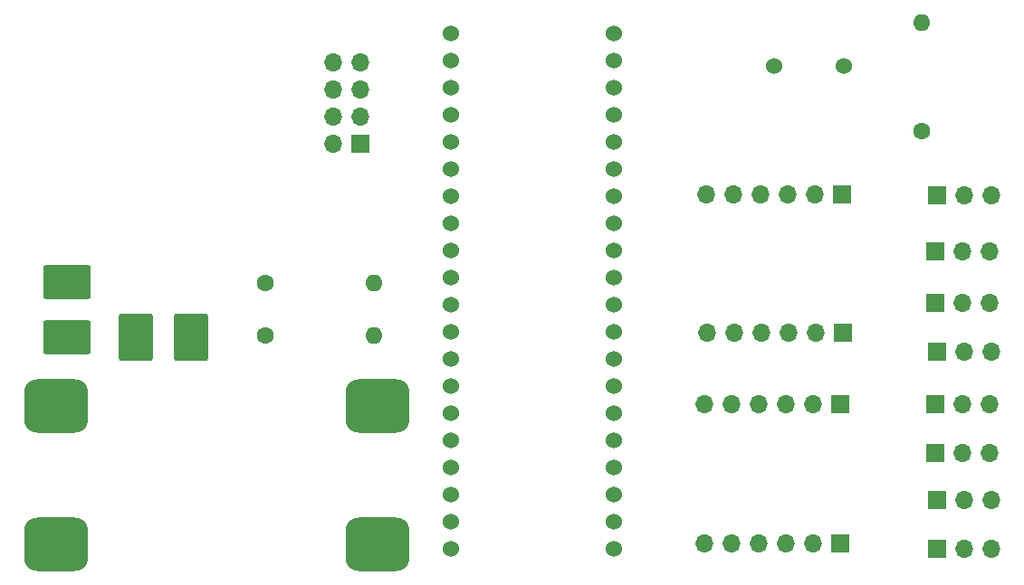
<source format=gbr>
%TF.GenerationSoftware,KiCad,Pcbnew,8.0.2*%
%TF.CreationDate,2024-06-16T11:32:46+08:00*%
%TF.ProjectId,receiver,72656365-6976-4657-922e-6b696361645f,rev?*%
%TF.SameCoordinates,Original*%
%TF.FileFunction,Soldermask,Top*%
%TF.FilePolarity,Negative*%
%FSLAX46Y46*%
G04 Gerber Fmt 4.6, Leading zero omitted, Abs format (unit mm)*
G04 Created by KiCad (PCBNEW 8.0.2) date 2024-06-16 11:32:46*
%MOMM*%
%LPD*%
G01*
G04 APERTURE LIST*
G04 Aperture macros list*
%AMRoundRect*
0 Rectangle with rounded corners*
0 $1 Rounding radius*
0 $2 $3 $4 $5 $6 $7 $8 $9 X,Y pos of 4 corners*
0 Add a 4 corners polygon primitive as box body*
4,1,4,$2,$3,$4,$5,$6,$7,$8,$9,$2,$3,0*
0 Add four circle primitives for the rounded corners*
1,1,$1+$1,$2,$3*
1,1,$1+$1,$4,$5*
1,1,$1+$1,$6,$7*
1,1,$1+$1,$8,$9*
0 Add four rect primitives between the rounded corners*
20,1,$1+$1,$2,$3,$4,$5,0*
20,1,$1+$1,$4,$5,$6,$7,0*
20,1,$1+$1,$6,$7,$8,$9,0*
20,1,$1+$1,$8,$9,$2,$3,0*%
G04 Aperture macros list end*
%ADD10R,1.700000X1.700000*%
%ADD11O,1.700000X1.700000*%
%ADD12RoundRect,0.250000X-1.350000X-1.975000X1.350000X-1.975000X1.350000X1.975000X-1.350000X1.975000X0*%
%ADD13C,1.600000*%
%ADD14O,1.600000X1.600000*%
%ADD15C,1.524000*%
%ADD16RoundRect,0.250000X1.975000X-1.350000X1.975000X1.350000X-1.975000X1.350000X-1.975000X-1.350000X0*%
%ADD17RoundRect,1.250000X-1.750000X-1.250000X1.750000X-1.250000X1.750000X1.250000X-1.750000X1.250000X0*%
G04 APERTURE END LIST*
D10*
%TO.C,J2*%
X185420000Y-118150000D03*
D11*
X187960000Y-118150000D03*
X190500000Y-118150000D03*
%TD*%
D12*
%TO.C,SW1*%
X110500000Y-102900000D03*
X115700000Y-102900000D03*
%TD*%
D13*
%TO.C,R2*%
X122620000Y-102700000D03*
D14*
X132780000Y-102700000D03*
%TD*%
D10*
%TO.C,U5*%
X176370000Y-122200000D03*
D11*
X173830000Y-122200000D03*
X171290000Y-122200000D03*
X168750000Y-122200000D03*
X166210000Y-122200000D03*
X163670000Y-122200000D03*
X163650000Y-109200000D03*
X166190000Y-109200000D03*
X168730000Y-109200000D03*
X171270000Y-109200000D03*
X173810000Y-109200000D03*
D10*
X176350000Y-109200000D03*
%TD*%
D15*
%TO.C,BZ1*%
X176750000Y-77500000D03*
X170250000Y-77500000D03*
%TD*%
D10*
%TO.C,J8*%
X185420000Y-89650000D03*
D11*
X187960000Y-89650000D03*
X190500000Y-89650000D03*
%TD*%
D13*
%TO.C,R1*%
X122620000Y-97800000D03*
D14*
X132780000Y-97800000D03*
%TD*%
D10*
%TO.C,J6*%
X185320000Y-99650000D03*
D11*
X187860000Y-99650000D03*
X190400000Y-99650000D03*
%TD*%
D15*
%TO.C,U4*%
X140010000Y-122700000D03*
X155250000Y-79520000D03*
X140010000Y-117620000D03*
X140010000Y-120160000D03*
X155250000Y-74440000D03*
X155250000Y-76980000D03*
X155250000Y-82060000D03*
X155250000Y-112540000D03*
X155250000Y-110000000D03*
X155250000Y-107460000D03*
X155250000Y-104920000D03*
X155250000Y-102380000D03*
X155250000Y-99840000D03*
X155250000Y-97300000D03*
X155250000Y-94760000D03*
X140010000Y-84600000D03*
X140010000Y-87140000D03*
X140010000Y-89680000D03*
X140010000Y-92220000D03*
X140010000Y-94760000D03*
X140010000Y-97300000D03*
X155250000Y-92220000D03*
X155250000Y-89680000D03*
X140010000Y-99840000D03*
X140010000Y-102380000D03*
X140010000Y-104920000D03*
X140010000Y-107460000D03*
X140010000Y-110000000D03*
X140010000Y-112540000D03*
X140010000Y-115080000D03*
X155250000Y-87140000D03*
X155250000Y-84600000D03*
X140010000Y-74440000D03*
X140010000Y-76980000D03*
X140010000Y-79520000D03*
X140010000Y-82060000D03*
X155250000Y-120160000D03*
X155250000Y-117620000D03*
X155250000Y-115080000D03*
X155250000Y-122700000D03*
%TD*%
D10*
%TO.C,U7*%
X176620000Y-102500000D03*
D11*
X174080000Y-102500000D03*
X171540000Y-102500000D03*
X169000000Y-102500000D03*
X166460000Y-102500000D03*
X163920000Y-102500000D03*
X163900000Y-89500000D03*
X166440000Y-89500000D03*
X168980000Y-89500000D03*
X171520000Y-89500000D03*
X174060000Y-89500000D03*
D10*
X176600000Y-89500000D03*
%TD*%
%TO.C,J5*%
X185420000Y-104300000D03*
D11*
X187960000Y-104300000D03*
X190500000Y-104300000D03*
%TD*%
D16*
%TO.C,BT1*%
X104100000Y-102900000D03*
X104100000Y-97700000D03*
%TD*%
D10*
%TO.C,J1*%
X185420000Y-122750000D03*
D11*
X187960000Y-122750000D03*
X190500000Y-122750000D03*
%TD*%
D10*
%TO.C,J3*%
X185320000Y-113750000D03*
D11*
X187860000Y-113750000D03*
X190400000Y-113750000D03*
%TD*%
D17*
%TO.C,U1*%
X133100000Y-109300000D03*
X133100000Y-122300000D03*
X103100000Y-122300000D03*
X103100000Y-109300000D03*
%TD*%
D10*
%TO.C,J4*%
X185320000Y-109150000D03*
D11*
X187860000Y-109150000D03*
X190400000Y-109150000D03*
%TD*%
D10*
%TO.C,U6*%
X131500000Y-84830000D03*
D11*
X128960000Y-84830000D03*
X131500000Y-82290000D03*
X128960000Y-82290000D03*
X131500000Y-79750000D03*
X128960000Y-79750000D03*
X131500000Y-77210000D03*
X128960000Y-77210000D03*
%TD*%
D10*
%TO.C,J7*%
X185320000Y-94850000D03*
D11*
X187860000Y-94850000D03*
X190400000Y-94850000D03*
%TD*%
D13*
%TO.C,R3*%
X184000000Y-83580000D03*
D14*
X184000000Y-73420000D03*
%TD*%
M02*

</source>
